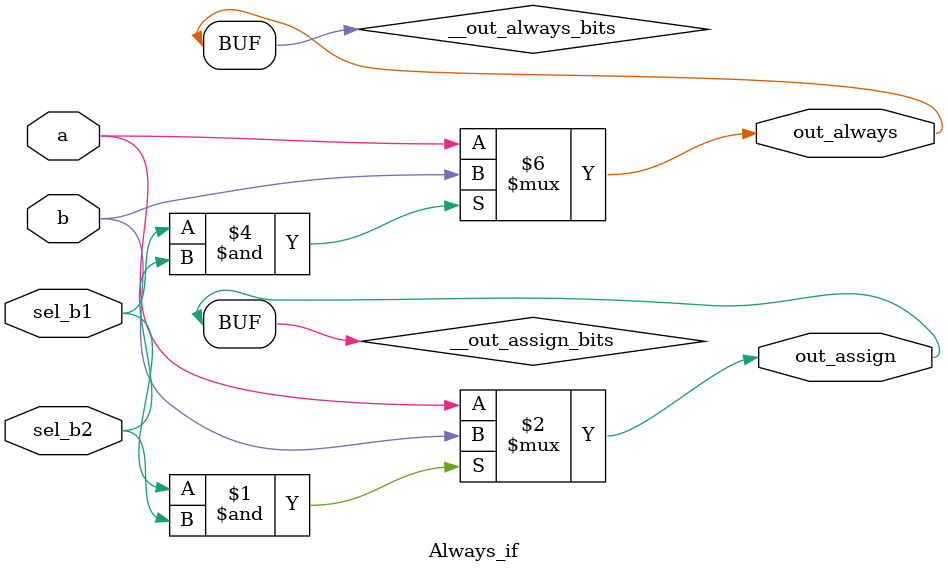
<source format=sv>
module Always_if(
  input  wire a,
              b,
              sel_b1,
              sel_b2,
  output wire out_assign,
              out_always
);

  // Variables for output ports
  logic __out_assign_bits;
  logic __out_always_bits;

  assign __out_assign_bits = sel_b1 & sel_b2 ? b : a;

  // @comb update():
  always_comb begin
    if (sel_b1 & sel_b2)
      __out_always_bits = b;
    else
      __out_always_bits = a;
  end // always_comb

  assign out_assign = __out_assign_bits;
  assign out_always = __out_always_bits;
endmodule

</source>
